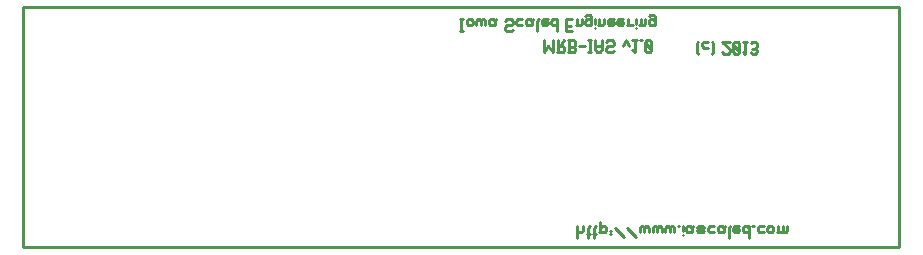
<source format=gbr>
G04 start of page 8 for group -4078 idx -4078 *
G04 Title: (unknown), bottomsilk *
G04 Creator: pcb 20110918 *
G04 CreationDate: Sat 02 Feb 2013 06:53:47 PM GMT UTC *
G04 For: petersen *
G04 Format: Gerber/RS-274X *
G04 PCB-Dimensions: 293000 81000 *
G04 PCB-Coordinate-Origin: lower left *
%MOIN*%
%FSLAX25Y25*%
%LNBOTTOMSILK*%
%ADD83C,0.0100*%
G54D83*X500Y500D02*Y80500D01*
X292500D02*Y500D01*
X500Y80500D02*X292500D01*
Y500D02*X500D01*
X146000Y72500D02*X147000D01*
X146500D02*Y76500D01*
X146000D02*X147000D01*
X148200Y75000D02*Y76000D01*
Y75000D02*X148700Y74500D01*
X149700D01*
X150200Y75000D01*
Y76000D01*
X149700Y76500D02*X150200Y76000D01*
X148700Y76500D02*X149700D01*
X148200Y76000D02*X148700Y76500D01*
X151400Y74500D02*Y76000D01*
X151900Y76500D01*
X152400D01*
X152900Y76000D01*
Y74500D02*Y76000D01*
X153400Y76500D01*
X153900D01*
X154400Y76000D01*
Y74500D02*Y76000D01*
X157100Y74500D02*X157600Y75000D01*
X156100Y74500D02*X157100D01*
X155600Y75000D02*X156100Y74500D01*
X155600Y75000D02*Y76000D01*
X156100Y76500D01*
X157600Y74500D02*Y76000D01*
X158100Y76500D01*
X156100D02*X157100D01*
X157600Y76000D01*
X163100Y72500D02*X163600Y73000D01*
X161600Y72500D02*X163100D01*
X161100Y73000D02*X161600Y72500D01*
X161100Y73000D02*Y74000D01*
X161600Y74500D01*
X163100D01*
X163600Y75000D01*
Y76000D01*
X163100Y76500D02*X163600Y76000D01*
X161600Y76500D02*X163100D01*
X161100Y76000D02*X161600Y76500D01*
X165300Y74500D02*X166800D01*
X164800Y75000D02*X165300Y74500D01*
X164800Y75000D02*Y76000D01*
X165300Y76500D01*
X166800D01*
X169500Y74500D02*X170000Y75000D01*
X168500Y74500D02*X169500D01*
X168000Y75000D02*X168500Y74500D01*
X168000Y75000D02*Y76000D01*
X168500Y76500D01*
X170000Y74500D02*Y76000D01*
X170500Y76500D01*
X168500D02*X169500D01*
X170000Y76000D01*
X171700Y72500D02*Y76000D01*
X172200Y76500D01*
X173700D02*X175200D01*
X173200Y76000D02*X173700Y76500D01*
X173200Y75000D02*Y76000D01*
Y75000D02*X173700Y74500D01*
X174700D01*
X175200Y75000D01*
X173200Y75500D02*X175200D01*
Y75000D02*Y75500D01*
X178400Y72500D02*Y76500D01*
X177900D02*X178400Y76000D01*
X176900Y76500D02*X177900D01*
X176400Y76000D02*X176900Y76500D01*
X176400Y75000D02*Y76000D01*
Y75000D02*X176900Y74500D01*
X177900D01*
X178400Y75000D01*
X181400Y74300D02*X182900D01*
X181400Y76500D02*X183400D01*
X181400Y72500D02*Y76500D01*
Y72500D02*X183400D01*
X185100Y75000D02*Y76500D01*
Y75000D02*X185600Y74500D01*
X186100D01*
X186600Y75000D01*
Y76500D01*
X184600Y74500D02*X185100Y75000D01*
X189300Y74500D02*X189800Y75000D01*
X188300Y74500D02*X189300D01*
X187800Y75000D02*X188300Y74500D01*
X187800Y75000D02*Y76000D01*
X188300Y76500D01*
X189300D01*
X189800Y76000D01*
X187800Y77500D02*X188300Y78000D01*
X189300D01*
X189800Y77500D01*
Y74500D02*Y77500D01*
X191000Y73500D02*Y73600D01*
Y75000D02*Y76500D01*
X192500Y75000D02*Y76500D01*
Y75000D02*X193000Y74500D01*
X193500D01*
X194000Y75000D01*
Y76500D01*
X192000Y74500D02*X192500Y75000D01*
X195700Y76500D02*X197200D01*
X195200Y76000D02*X195700Y76500D01*
X195200Y75000D02*Y76000D01*
Y75000D02*X195700Y74500D01*
X196700D01*
X197200Y75000D01*
X195200Y75500D02*X197200D01*
Y75000D02*Y75500D01*
X198900Y76500D02*X200400D01*
X198400Y76000D02*X198900Y76500D01*
X198400Y75000D02*Y76000D01*
Y75000D02*X198900Y74500D01*
X199900D01*
X200400Y75000D01*
X198400Y75500D02*X200400D01*
Y75000D02*Y75500D01*
X202100Y75000D02*Y76500D01*
Y75000D02*X202600Y74500D01*
X203600D01*
X201600D02*X202100Y75000D01*
X204800Y73500D02*Y73600D01*
Y75000D02*Y76500D01*
X206300Y75000D02*Y76500D01*
Y75000D02*X206800Y74500D01*
X207300D01*
X207800Y75000D01*
Y76500D01*
X205800Y74500D02*X206300Y75000D01*
X210500Y74500D02*X211000Y75000D01*
X209500Y74500D02*X210500D01*
X209000Y75000D02*X209500Y74500D01*
X209000Y75000D02*Y76000D01*
X209500Y76500D01*
X210500D01*
X211000Y76000D01*
X209000Y77500D02*X209500Y78000D01*
X210500D01*
X211000Y77500D01*
Y74500D02*Y77500D01*
X174000Y65500D02*Y69500D01*
Y65500D02*X175500Y67500D01*
X177000Y65500D01*
Y69500D01*
X178200Y65500D02*X180200D01*
X180700Y66000D01*
Y67000D01*
X180200Y67500D02*X180700Y67000D01*
X178700Y67500D02*X180200D01*
X178700Y65500D02*Y69500D01*
X179500Y67500D02*X180700Y69500D01*
X181900D02*X183900D01*
X184400Y69000D01*
Y67800D02*Y69000D01*
X183900Y67300D02*X184400Y67800D01*
X182400Y67300D02*X183900D01*
X182400Y65500D02*Y69500D01*
X181900Y65500D02*X183900D01*
X184400Y66000D01*
Y66800D01*
X183900Y67300D02*X184400Y66800D01*
X185600Y67500D02*X187600D01*
X188800Y65500D02*X189800D01*
X189300D02*Y69500D01*
X188800D02*X189800D01*
X191000Y66500D02*Y69500D01*
Y66500D02*X191700Y65500D01*
X192800D01*
X193500Y66500D01*
Y69500D01*
X191000Y67500D02*X193500D01*
X196700Y65500D02*X197200Y66000D01*
X195200Y65500D02*X196700D01*
X194700Y66000D02*X195200Y65500D01*
X194700Y66000D02*Y67000D01*
X195200Y67500D01*
X196700D01*
X197200Y68000D01*
Y69000D01*
X196700Y69500D02*X197200Y69000D01*
X195200Y69500D02*X196700D01*
X194700Y69000D02*X195200Y69500D01*
X200200Y67500D02*X201200Y69500D01*
X202200Y67500D02*X201200Y69500D01*
X203400Y66300D02*X204200Y65500D01*
Y69500D01*
X203400D02*X204900D01*
X206100D02*X206600D01*
X207800Y69000D02*X208300Y69500D01*
X207800Y66000D02*Y69000D01*
Y66000D02*X208300Y65500D01*
X209300D01*
X209800Y66000D01*
Y69000D01*
X209300Y69500D02*X209800Y69000D01*
X208300Y69500D02*X209300D01*
X207800Y68500D02*X209800Y66500D01*
X225000Y68500D02*X225500Y69000D01*
X225000Y65500D02*X225500Y65000D01*
X225000Y65500D02*Y68500D01*
X227200Y67000D02*X228700D01*
X226700Y67500D02*X227200Y67000D01*
X226700Y67500D02*Y68500D01*
X227200Y69000D01*
X228700D01*
X229900Y65000D02*X230400Y65500D01*
Y68500D01*
X229900Y69000D02*X230400Y68500D01*
X233400Y65500D02*X233900Y65000D01*
X235400D01*
X235900Y65500D01*
Y66500D01*
X233400Y69000D02*X235900Y66500D01*
X233400Y69000D02*X235900D01*
X237100Y68500D02*X237600Y69000D01*
X237100Y65500D02*Y68500D01*
Y65500D02*X237600Y65000D01*
X238600D01*
X239100Y65500D01*
Y68500D01*
X238600Y69000D02*X239100Y68500D01*
X237600Y69000D02*X238600D01*
X237100Y68000D02*X239100Y66000D01*
X240300Y65800D02*X241100Y65000D01*
Y69000D01*
X240300D02*X241800D01*
X243000Y65500D02*X243500Y65000D01*
X244500D01*
X245000Y65500D01*
X244500Y69000D02*X245000Y68500D01*
X243500Y69000D02*X244500D01*
X243000Y68500D02*X243500Y69000D01*
Y66800D02*X244500D01*
X245000Y65500D02*Y66300D01*
Y67300D02*Y68500D01*
Y67300D02*X244500Y66800D01*
X245000Y66300D02*X244500Y66800D01*
X185000Y3500D02*Y7500D01*
Y6000D02*X185500Y5500D01*
X186500D01*
X187000Y6000D01*
Y7500D01*
X188700Y3500D02*Y7000D01*
X189200Y7500D01*
X188200Y5000D02*X189200D01*
X190700Y3500D02*Y7000D01*
X191200Y7500D01*
X190200Y5000D02*X191200D01*
X192700Y6000D02*Y9000D01*
X192200Y5500D02*X192700Y6000D01*
X193200Y5500D01*
X194200D01*
X194700Y6000D01*
Y7000D01*
X194200Y7500D02*X194700Y7000D01*
X193200Y7500D02*X194200D01*
X192700Y7000D02*X193200Y7500D01*
X195900Y5000D02*X196400D01*
X195900Y6000D02*X196400D01*
X197600Y7000D02*X200600Y4000D01*
X201800Y7000D02*X204800Y4000D01*
X206000Y5500D02*Y7000D01*
X206500Y7500D01*
X207000D01*
X207500Y7000D01*
Y5500D02*Y7000D01*
X208000Y7500D01*
X208500D01*
X209000Y7000D01*
Y5500D02*Y7000D01*
X210200Y5500D02*Y7000D01*
X210700Y7500D01*
X211200D01*
X211700Y7000D01*
Y5500D02*Y7000D01*
X212200Y7500D01*
X212700D01*
X213200Y7000D01*
Y5500D02*Y7000D01*
X214400Y5500D02*Y7000D01*
X214900Y7500D01*
X215400D01*
X215900Y7000D01*
Y5500D02*Y7000D01*
X216400Y7500D01*
X216900D01*
X217400Y7000D01*
Y5500D02*Y7000D01*
X218600Y7500D02*X219100D01*
X220300Y4500D02*Y4600D01*
Y6000D02*Y7500D01*
X222800Y5500D02*X223300Y6000D01*
X221800Y5500D02*X222800D01*
X221300Y6000D02*X221800Y5500D01*
X221300Y6000D02*Y7000D01*
X221800Y7500D01*
X223300Y5500D02*Y7000D01*
X223800Y7500D01*
X221800D02*X222800D01*
X223300Y7000D01*
X225500Y7500D02*X227000D01*
X227500Y7000D01*
X227000Y6500D02*X227500Y7000D01*
X225500Y6500D02*X227000D01*
X225000Y6000D02*X225500Y6500D01*
X225000Y6000D02*X225500Y5500D01*
X227000D01*
X227500Y6000D01*
X225000Y7000D02*X225500Y7500D01*
X229200Y5500D02*X230700D01*
X228700Y6000D02*X229200Y5500D01*
X228700Y6000D02*Y7000D01*
X229200Y7500D01*
X230700D01*
X233400Y5500D02*X233900Y6000D01*
X232400Y5500D02*X233400D01*
X231900Y6000D02*X232400Y5500D01*
X231900Y6000D02*Y7000D01*
X232400Y7500D01*
X233900Y5500D02*Y7000D01*
X234400Y7500D01*
X232400D02*X233400D01*
X233900Y7000D01*
X235600Y3500D02*Y7000D01*
X236100Y7500D01*
X237600D02*X239100D01*
X237100Y7000D02*X237600Y7500D01*
X237100Y6000D02*Y7000D01*
Y6000D02*X237600Y5500D01*
X238600D01*
X239100Y6000D01*
X237100Y6500D02*X239100D01*
Y6000D02*Y6500D01*
X242300Y3500D02*Y7500D01*
X241800D02*X242300Y7000D01*
X240800Y7500D02*X241800D01*
X240300Y7000D02*X240800Y7500D01*
X240300Y6000D02*Y7000D01*
Y6000D02*X240800Y5500D01*
X241800D01*
X242300Y6000D01*
X243500Y7500D02*X244000D01*
X245700Y5500D02*X247200D01*
X245200Y6000D02*X245700Y5500D01*
X245200Y6000D02*Y7000D01*
X245700Y7500D01*
X247200D01*
X248400Y6000D02*Y7000D01*
Y6000D02*X248900Y5500D01*
X249900D01*
X250400Y6000D01*
Y7000D01*
X249900Y7500D02*X250400Y7000D01*
X248900Y7500D02*X249900D01*
X248400Y7000D02*X248900Y7500D01*
X252100Y6000D02*Y7500D01*
Y6000D02*X252600Y5500D01*
X253100D01*
X253600Y6000D01*
Y7500D01*
Y6000D02*X254100Y5500D01*
X254600D01*
X255100Y6000D01*
Y7500D01*
X251600Y5500D02*X252100Y6000D01*
M02*

</source>
